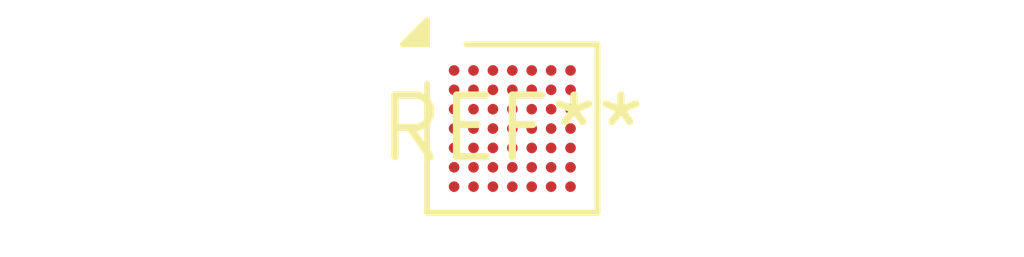
<source format=kicad_pcb>
(kicad_pcb (version 20240108) (generator pcbnew)
  (layers (0 "F.Cu" signal) (31 "B.Cu" signal) (34 "B.Paste" user) (35 "F.Paste" user) (36 "B.SilkS" user "B.Silkscreen") (37 "F.SilkS" user "F.Silkscreen") (38 "B.Mask" user) (39 "F.Mask" user) (44 "Edge.Cuts" user))
  (net 0 "")
  (footprint "ST_WLCSP-49_Die447" (layer "F.Cu") (at 0 0)
    (property "Reference" "REF**")
    (property "Value" "ST_WLCSP-49_Die447")
    (fp_line (start -1.757 1.739) (end -1.757 -0.9245) (layer "F.SilkS") (stroke (width 0.12)))
    (fp_line (start -0.9425 -1.739) (end 1.757 -1.739) (layer "F.SilkS") (stroke (width 0.12)))
    (fp_line (start 1.757 -1.739) (end 1.757 1.739) (layer "F.SilkS") (stroke (width 0.12)))
    (fp_line (start 1.757 1.739) (end -1.757 1.739) (layer "F.SilkS") (stroke (width 0.12)))
    (fp_poly (pts (xy -1.757 -1.739) (xy -2.257 -1.739) (xy -1.757 -2.239) (xy -1.757 -1.739)) (layer "F.SilkS") (stroke (width 0.12)) (fill solid))
    (pad "A1" smd circle (at -1.2 -1.2) (size 0.22 0.22) (property pad_prop_bga) (layers "F.Cu" "F.Paste" "F.Mask"))
    (pad "A2" smd circle (at -0.8 -1.2) (size 0.22 0.22) (property pad_prop_bga) (layers "F.Cu" "F.Paste" "F.Mask"))
    (pad "A3" smd circle (at -0.4 -1.2) (size 0.22 0.22) (property pad_prop_bga) (layers "F.Cu" "F.Paste" "F.Mask"))
    (pad "A4" smd circle (at 0 -1.2) (size 0.22 0.22) (property pad_prop_bga) (layers "F.Cu" "F.Paste" "F.Mask"))
    (pad "A5" smd circle (at 0.4 -1.2) (size 0.22 0.22) (property pad_prop_bga) (layers "F.Cu" "F.Paste" "F.Mask"))
    (pad "A6" smd circle (at 0.8 -1.2) (size 0.22 0.22) (property pad_prop_bga) (layers "F.Cu" "F.Paste" "F.Mask"))
    (pad "A7" smd circle (at 1.2 -1.2) (size 0.22 0.22) (property pad_prop_bga) (layers "F.Cu" "F.Paste" "F.Mask"))
    (pad "B1" smd circle (at -1.2 -0.8) (size 0.22 0.22) (property pad_prop_bga) (layers "F.Cu" "F.Paste" "F.Mask"))
    (pad "B2" smd circle (at -0.8 -0.8) (size 0.22 0.22) (property pad_prop_bga) (layers "F.Cu" "F.Paste" "F.Mask"))
    (pad "B3" smd circle (at -0.4 -0.8) (size 0.22 0.22) (property pad_prop_bga) (layers "F.Cu" "F.Paste" "F.Mask"))
    (pad "B4" smd circle (at 0 -0.8) (size 0.22 0.22) (property pad_prop_bga) (layers "F.Cu" "F.Paste" "F.Mask"))
    (pad "B5" smd circle (at 0.4 -0.8) (size 0.22 0.22) (property pad_prop_bga) (layers "F.Cu" "F.Paste" "F.Mask"))
    (pad "B6" smd circle (at 0.8 -0.8) (size 0.22 0.22) (property pad_prop_bga) (layers "F.Cu" "F.Paste" "F.Mask"))
    (pad "B7" smd circle (at 1.2 -0.8) (size 0.22 0.22) (property pad_prop_bga) (layers "F.Cu" "F.Paste" "F.Mask"))
    (pad "C1" smd circle (at -1.2 -0.4) (size 0.22 0.22) (property pad_prop_bga) (layers "F.Cu" "F.Paste" "F.Mask"))
    (pad "C2" smd circle (at -0.8 -0.4) (size 0.22 0.22) (property pad_prop_bga) (layers "F.Cu" "F.Paste" "F.Mask"))
    (pad "C3" smd circle (at -0.4 -0.4) (size 0.22 0.22) (property pad_prop_bga) (layers "F.Cu" "F.Paste" "F.Mask"))
    (pad "C4" smd circle (at 0 -0.4) (size 0.22 0.22) (property pad_prop_bga) (layers "F.Cu" "F.Paste" "F.Mask"))
    (pad "C5" smd circle (at 0.4 -0.4) (size 0.22 0.22) (property pad_prop_bga) (layers "F.Cu" "F.Paste" "F.Mask"))
    (pad "C6" smd circle (at 0.8 -0.4) (size 0.22 0.22) (property pad_prop_bga) (layers "F.Cu" "F.Paste" "F.Mask"))
    (pad "C7" smd circle (at 1.2 -0.4) (size 0.22 0.22) (property pad_prop_bga) (layers "F.Cu" "F.Paste" "F.Mask"))
    (pad "D1" smd circle (at -1.2 0) (size 0.22 0.22) (property pad_prop_bga) (layers "F.Cu" "F.Paste" "F.Mask"))
    (pad "D2" smd circle (at -0.8 0) (size 0.22 0.22) (property pad_prop_bga) (layers "F.Cu" "F.Paste" "F.Mask"))
    (pad "D3" smd circle (at -0.4 0) (size 0.22 0.22) (property pad_prop_bga) (layers "F.Cu" "F.Paste" "F.Mask"))
    (pad "D4" smd circle (at 0 0) (size 0.22 0.22) (property pad_prop_bga) (layers "F.Cu" "F.Paste" "F.Mask"))
    (pad "D5" smd circle (at 0.4 0) (size 0.22 0.22) (property pad_prop_bga) (layers "F.Cu" "F.Paste" "F.Mask"))
    (pad "D6" smd circle (at 0.8 0) (size 0.22 0.22) (property pad_prop_bga) (layers "F.Cu" "F.Paste" "F.Mask"))
    (pad "D7" smd circle (at 1.2 0) (size 0.22 0.22) (property pad_prop_bga) (layers "F.Cu" "F.Paste" "F.Mask"))
    (pad "E1" smd circle (at -1.2 0.4) (size 0.22 0.22) (property pad_prop_bga) (layers "F.Cu" "F.Paste" "F.Mask"))
    (pad "E2" smd circle (at -0.8 0.4) (size 0.22 0.22) (property pad_prop_bga) (layers "F.Cu" "F.Paste" "F.Mask"))
    (pad "E3" smd circle (at -0.4 0.4) (size 0.22 0.22) (property pad_prop_bga) (layers "F.Cu" "F.Paste" "F.Mask"))
    (pad "E4" smd circle (at 0 0.4) (size 0.22 0.22) (property pad_prop_bga) (layers "F.Cu" "F.Paste" "F.Mask"))
    (pad "E5" smd circle (at 0.4 0.4) (size 0.22 0.22) (property pad_prop_bga) (layers "F.Cu" "F.Paste" "F.Mask"))
    (pad "E6" smd circle (at 0.8 0.4) (size 0.22 0.22) (property pad_prop_bga) (layers "F.Cu" "F.Paste" "F.Mask"))
    (pad "E7" smd circle (at 1.2 0.4) (size 0.22 0.22) (property pad_prop_bga) (layers "F.Cu" "F.Paste" "F.Mask"))
    (pad "F1" smd circle (at -1.2 0.8) (size 0.22 0.22) (property pad_prop_bga) (layers "F.Cu" "F.Paste" "F.Mask"))
    (pad "F2" smd circle (at -0.8 0.8) (size 0.22 0.22) (property pad_prop_bga) (layers "F.Cu" "F.Paste" "F.Mask"))
    (pad "F3" smd circle (at -0.4 0.8) (size 0.22 0.22) (property pad_prop_bga) (layers "F.Cu" "F.Paste" "F.Mask"))
    (pad "F4" smd circle (at 0 0.8) (size 0.22 0.22) (property pad_prop_bga) (layers "F.Cu" "F.Paste" "F.Mask"))
    (pad "F5" smd circle (at 0.4 0.8) (size 0.22 0.22) (property pad_prop_bga) (layers "F.Cu" "F.Paste" "F.Mask"))
    (pad "F6" smd circle (at 0.8 0.8) (size 0.22 0.22) (property pad_prop_bga) (layers "F.Cu" "F.Paste" "F.Mask"))
    (pad "F7" smd circle (at 1.2 0.8) (size 0.22 0.22) (property pad_prop_bga) (layers "F.Cu" "F.Paste" "F.Mask"))
    (pad "G1" smd circle (at -1.2 1.2) (size 0.22 0.22) (property pad_prop_bga) (layers "F.Cu" "F.Paste" "F.Mask"))
    (pad "G2" smd circle (at -0.8 1.2) (size 0.22 0.22) (property pad_prop_bga) (layers "F.Cu" "F.Paste" "F.Mask"))
    (pad "G3" smd circle (at -0.4 1.2) (size 0.22 0.22) (property pad_prop_bga) (layers "F.Cu" "F.Paste" "F.Mask"))
    (pad "G4" smd circle (at 0 1.2) (size 0.22 0.22) (property pad_prop_bga) (layers "F.Cu" "F.Paste" "F.Mask"))
    (pad "G5" smd circle (at 0.4 1.2) (size 0.22 0.22) (property pad_prop_bga) (layers "F.Cu" "F.Paste" "F.Mask"))
    (pad "G6" smd circle (at 0.8 1.2) (size 0.22 0.22) (property pad_prop_bga) (layers "F.Cu" "F.Paste" "F.Mask"))
    (pad "G7" smd circle (at 1.2 1.2) (size 0.22 0.22) (property pad_prop_bga) (layers "F.Cu" "F.Paste" "F.Mask"))
  )
)
</source>
